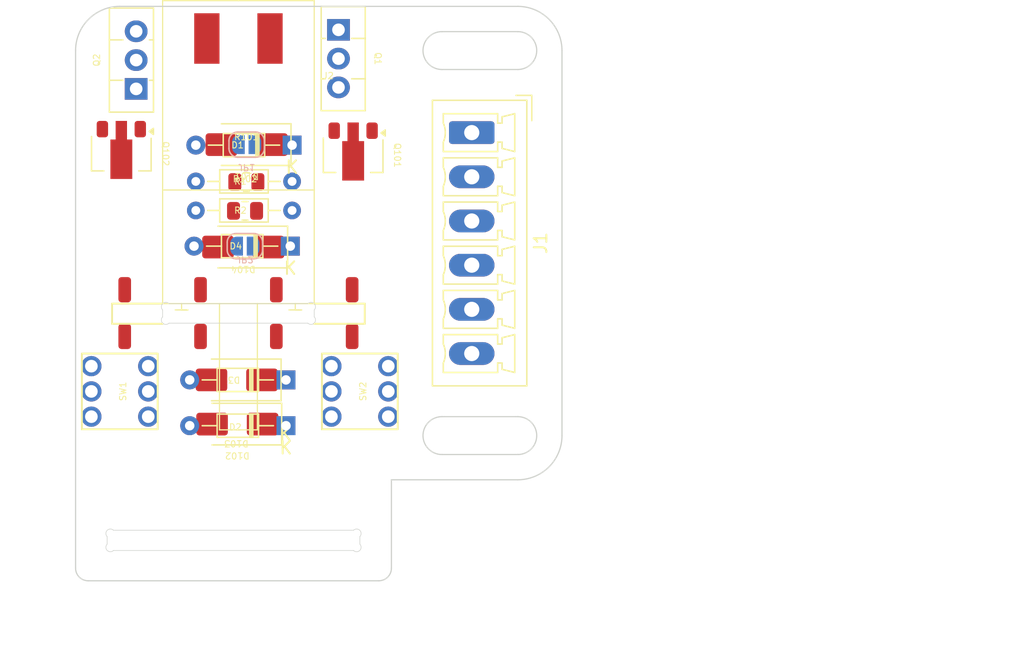
<source format=kicad_pcb>
(kicad_pcb (version 20240108) (generator "pcbnew") (generator_version "8.0")
  (layers (0 "F.Cu" signal) (31 "B.Cu" signal) (34 "B.Paste" user) (35 "F.Paste" user) (36 "B.SilkS" user "B.Silkscreen") (37 "F.SilkS" user "F.Silkscreen") (38 "B.Mask" user) (39 "F.Mask" user) (44 "Edge.Cuts" user))
  (net 0 "")
  (net 1 "Net-(D102-K)")
  (net 2 "Net-(D102-A)")
  (net 3 "Net-(D103-A)")
  (net 6 "/NO1_FROG")
  (net 7 "/NO2_FROG")
  (net 8 "/NC_FROQ")
  (net 9 "/NC")
  (net 10 "/NO1")
  (net 11 "/NO2")
  (net 12 "/coilB")
  (net 13 "/coilA")
  (net 14 "/motA")
  (net 15 "/collector")
  (footprint "Diode_SMD:D_SMA" (layer "F.Cu") (at 74.803 77.089 180)
    (property "Reference" "D102" (at 0 -2.5 180) (layer "F.SilkS") (effects (font (size 0.5 0.5) (thickness 0.075))))
    (property "Value" "SS26F")
    (fp_line (start -3.51 1.65) (end 2 1.65) (stroke (width 0.12)) (layer "F.SilkS"))
    (fp_line (start -3.51 -1.65) (end 2 -1.65) (stroke (width 0.12)) (layer "F.SilkS"))
    (fp_line (start -3.51 -1.65) (end -3.51 1.65) (stroke (width 0.12)) (layer "F.SilkS"))
    (pad "1" smd roundrect (at -2 0 180) (size 2.5 1.8) (layers "F.Cu" "F.Paste" "F.Mask") (roundrect_rratio 0.1388888889) (net 1 "Net-(D102-K)"))
    (pad "2" smd roundrect (at 2 0 180) (size 2.5 1.8) (layers "F.Cu" "F.Paste" "F.Mask") (roundrect_rratio 0.1388888889) (net 2 "Net-(D102-A)"))
  )
  (footprint "Resistor_SMD:R_0805_2012Metric" (layer "F.Cu") (at 75.518 57.912)
    (property "Reference" "R101" (at 0 -3.571 0) (layer "F.SilkS") (effects (font (size 0.5 0.5) (thickness 0.075))))
    (property "Value" "22k")
    (fp_line (start -0.227064 -0.735) (end 0.227064 -0.735) (stroke (width 0.12)) (layer "F.SilkS"))
    (fp_line (start -0.227064 0.735) (end 0.227064 0.735) (stroke (width 0.12)) (layer "F.SilkS"))
    (pad "1" smd roundrect (at -0.9125 0) (size 1.025 1.4) (layers "F.Cu" "F.Paste" "F.Mask") (roundrect_rratio 0.243902) (net 15 "/collector"))
    (pad "2" smd roundrect (at 0.9125 0) (size 1.025 1.4) (layers "F.Cu" "F.Paste" "F.Mask") (roundrect_rratio 0.243902) (net 12 "/coilB"))
  )
  (footprint "Diode_THT:D_DO-34_SOD68_P7.62mm_Horizontal" (layer "F.Cu") (at 78.653 73.589 180)
    (property "Reference" "D3" (at 4.12 0 180) (layer "F.SilkS") (effects (font (size 0.5 0.5) (thickness 0.075))))
    (property "Value" "D")
    (fp_line (start 6.63 0) (end 5.45 0) (stroke (width 0.12)) (layer "F.SilkS"))
    (fp_line (start 5.45 0.92) (end 5.45 -0.92) (stroke (width 0.12)) (layer "F.SilkS"))
    (fp_line (start 5.45 -0.92) (end 2.17 -0.92) (stroke (width 0.12)) (layer "F.SilkS"))
    (fp_line (start 2.866 -0.92) (end 2.866 0.92) (stroke (width 0.12)) (layer "F.SilkS"))
    (fp_line (start 2.746 -0.92) (end 2.746 0.92) (stroke (width 0.12)) (layer "F.SilkS"))
    (fp_line (start 2.626 -0.92) (end 2.626 0.92) (stroke (width 0.12)) (layer "F.SilkS"))
    (fp_line (start 2.17 0.92) (end 5.45 0.92) (stroke (width 0.12)) (layer "F.SilkS"))
    (fp_line (start 2.17 -0.92) (end 2.17 0.92) (stroke (width 0.12)) (layer "F.SilkS"))
    (fp_line (start 0.99 0) (end 2.17 0) (stroke (width 0.12)) (layer "F.SilkS"))
    (fp_text user "K" (at 0.032 -4.29 0) (layer "F.SilkS"))
    (pad "1" thru_hole rect (at 0 0 180) (size 1.5 1.5) (drill 0.75) (layers "*.Cu" "*.Mask") (net 2 "Net-(D102-A)"))
    (pad "2" thru_hole oval (at 7.62 0 180) (size 1.5 1.5) (drill 0.75) (layers "*.Cu" "*.Mask") (net 3 "Net-(D103-A)"))
  )
  (footprint "Connector_Phoenix_MC:PhoenixContact_MCV_1,5_6-G-3.5_1x06_P3.50mm_Vertical" (layer "F.Cu") (at 93.3575 54 -90)
    (property "Reference" "J1" (at 8.75 -5.45 90) (layer "F.SilkS"))
    (property "Value" "Screw_Terminal_01x06")
    (fp_line (start -2.56 3.11) (end 20.06 3.11) (stroke (width 0.12)) (layer "F.SilkS"))
    (fp_line (start 20.06 3.11) (end 20.06 -4.36) (stroke (width 0.12)) (layer "F.SilkS"))
    (fp_line (start -1.5 2.25) (end -1.5 -2.05) (stroke (width 0.12)) (layer "F.SilkS"))
    (fp_line (start -0.75 2.25) (end -1.5 2.25) (stroke (width 0.12)) (layer "F.SilkS"))
    (fp_line (start 1.5 2.25) (end 0.75 2.25) (stroke (width 0.12)) (layer "F.SilkS"))
    (fp_line (start 2 2.25) (end 2 -2.05) (stroke (width 0.12)) (layer "F.SilkS"))
    (fp_line (start 2.75 2.25) (end 2 2.25) (stroke (width 0.12)) (layer "F.SilkS"))
    (fp_line (start 5 2.25) (end 4.25 2.25) (stroke (width 0.12)) (layer "F.SilkS"))
    (fp_line (start 5.5 2.25) (end 5.5 -2.05) (stroke (width 0.12)) (layer "F.SilkS"))
    (fp_line (start 6.25 2.25) (end 5.5 2.25) (stroke (width 0.12)) (layer "F.SilkS"))
    (fp_line (start 8.5 2.25) (end 7.75 2.25) (stroke (width 0.12)) (layer "F.SilkS"))
    (fp_line (start 9 2.25) (end 9 -2.05) (stroke (width 0.12)) (layer "F.SilkS"))
    (fp_line (start 9.75 2.25) (end 9 2.25) (stroke (width 0.12)) (layer "F.SilkS"))
    (fp_line (start 12 2.25) (end 11.25 2.25) (stroke (width 0.12)) (layer "F.SilkS"))
    (fp_line (start 12.5 2.25) (end 12.5 -2.05) (stroke (width 0.12)) (layer "F.SilkS"))
    (fp_line (start 13.25 2.25) (end 12.5 2.25) (stroke (width 0.12)) (layer "F.SilkS"))
    (fp_line (start 15.5 2.25) (end 14.75 2.25) (stroke (width 0.12)) (layer "F.SilkS"))
    (fp_line (start 16 2.25) (end 16 -2.05) (stroke (width 0.12)) (layer "F.SilkS"))
    (fp_line (start 16.75 2.25) (end 16 2.25) (stroke (width 0.12)) (layer "F.SilkS"))
    (fp_line (start 19 2.25) (end 18.25 2.25) (stroke (width 0.12)) (layer "F.SilkS"))
    (fp_line (start -1.5 -2.05) (end -0.75 -2.05) (stroke (width 0.12)) (layer "F.SilkS"))
    (fp_line (start -0.75 -2.05) (end -0.75 -2.4) (stroke (width 0.12)) (layer "F.SilkS"))
    (fp_line (start 0.75 -2.05) (end 1.5 -2.05) (stroke (width 0.12)) (layer "F.SilkS"))
    (fp_line (start 1.5 -2.05) (end 1.5 2.25) (stroke (width 0.12)) (layer "F.SilkS"))
    (fp_line (start 2 -2.05) (end 2.75 -2.05) (stroke (width 0.12)) (layer "F.SilkS"))
    (fp_line (start 2.75 -2.05) (end 2.75 -2.4) (stroke (width 0.12)) (layer "F.SilkS"))
    (fp_line (start 4.25 -2.05) (end 5 -2.05) (stroke (width 0.12)) (layer "F.SilkS"))
    (fp_line (start 5 -2.05) (end 5 2.25) (stroke (width 0.12)) (layer "F.SilkS"))
    (fp_line (start 5.5 -2.05) (end 6.25 -2.05) (stroke (width 0.12)) (layer "F.SilkS"))
    (fp_line (start 6.25 -2.05) (end 6.25 -2.4) (stroke (width 0.12)) (layer "F.SilkS"))
    (fp_line (start 7.75 -2.05) (end 8.5 -2.05) (stroke (width 0.12)) (layer "F.SilkS"))
    (fp_line (start 8.5 -2.05) (end 8.5 2.25) (stroke (width 0.12)) (layer "F.SilkS"))
    (fp_line (start 9 -2.05) (end 9.75 -2.05) (stroke (width 0.12)) (layer "F.SilkS"))
    (fp_line (start 9.75 -2.05) (end 9.75 -2.4) (stroke (width 0.12)) (layer "F.SilkS"))
    (fp_line (start 11.25 -2.05) (end 12 -2.05) (stroke (width 0.12)) (layer "F.SilkS"))
    (fp_line (start 12 -2.05) (end 12 2.25) (stroke (width 0.12)) (layer "F.SilkS"))
    (fp_line (start 12.5 -2.05) (end 13.25 -2.05) (stroke (width 0.12)) (layer "F.SilkS"))
    (fp_line (start 13.25 -2.05) (end 13.25 -2.4) (stroke (width 0.12)) (layer "F.SilkS"))
    (fp_line (start 14.75 -2.05) (end 15.5 -2.05) (stroke (width 0.12)) (layer "F.SilkS"))
    (fp_line (start 15.5 -2.05) (end 15.5 2.25) (stroke (width 0.12)) (layer "F.SilkS"))
    (fp_line (start 16 -2.05) (end 16.75 -2.05) (stroke (width 0.12)) (layer "F.SilkS"))
    (fp_line (start 16.75 -2.05) (end 16.75 -2.4) (stroke (width 0.12)) (layer "F.SilkS"))
    (fp_line (start 18.25 -2.05) (end 19 -2.05) (stroke (width 0.12)) (layer "F.SilkS"))
    (fp_line (start 19 -2.05) (end 19 2.25) (stroke (width 0.12)) (layer "F.SilkS"))
    (fp_line (start -1.25 -2.4) (end -1.5 -3.4) (stroke (width 0.12)) (layer "F.SilkS"))
    (fp_line (start -0.75 -2.4) (end -1.25 -2.4) (stroke (width 0.12)) (layer "F.SilkS"))
    (fp_line (start 0.75 -2.4) (end 0.75 -2.05) (stroke (width 0.12)) (layer "F.SilkS"))
    (fp_line (start 1.25 -2.4) (end 0.75 -2.4) (stroke (width 0.12)) (layer "F.SilkS"))
    (fp_line (start 2.25 -2.4) (end 2 -3.4) (stroke (width 0.12)) (layer "F.SilkS"))
    (fp_line (start 2.75 -2.4) (end 2.25 -2.4) (stroke (width 0.12)) (layer "F.SilkS"))
    (fp_line (start 4.25 -2.4) (end 4.25 -2.05) (stroke (width 0.12)) (layer "F.SilkS"))
    (fp_line (start 4.75 -2.4) (end 4.25 -2.4) (stroke (width 0.12)) (layer "F.SilkS"))
    (fp_line (start 5.75 -2.4) (end 5.5 -3.4) (stroke (width 0.12)) (layer "F.SilkS"))
    (fp_line (start 6.25 -2.4) (end 5.75 -2.4) (stroke (width 0.12)) (layer "F.SilkS"))
    (fp_line (start 7.75 -2.4) (end 7.75 -2.05) (stroke (width 0.12)) (layer "F.SilkS"))
    (fp_line (start 8.25 -2.4) (end 7.75 -2.4) (stroke (width 0.12)) (layer "F.SilkS"))
    (fp_line (start 9.25 -2.4) (end 9 -3.4) (stroke (width 0.12)) (layer "F.SilkS"))
    (fp_line (start 9.75 -2.4) (end 9.25 -2.4) (stroke (width 0.12)) (layer "F.SilkS"))
    (fp_line (start 11.25 -2.4) (end 11.25 -2.05) (stroke (width 0.12)) (layer "F.SilkS"))
    (fp_line (start 11.75 -2.4) (end 11.25 -2.4) (stroke (width 0.12)) (layer "F.SilkS"))
    (fp_line (start 12.75 -2.4) (end 12.5 -3.4) (stroke (width 0.12)) (layer "F.SilkS"))
    (fp_line (start 13.25 -2.4) (end 12.75 -2.4) (stroke (width 0.12)) (layer "F.SilkS"))
    (fp_line (start 14.75 -2.4) (end 14.75 -2.05) (stroke (width 0.12)) (layer "F.SilkS"))
    (fp_line (start 15.25 -2.4) (end 14.75 -2.4) (stroke (width 0.12)) (layer "F.SilkS"))
    (fp_line (start 16.25 -2.4) (end 16 -3.4) (stroke (width 0.12)) (layer "F.SilkS"))
    (fp_line (start 16.75 -2.4) (end 16.25 -2.4) (stroke (width 0.12)) (layer "F.SilkS"))
    (fp_line (start 18.25 -2.4) (end 18.25 -2.05) (stroke (width 0.12)) (layer "F.SilkS"))
    (fp_line (start 18.75 -2.4) (end 18.25 -2.4) (stroke (width 0.12)) (layer "F.SilkS"))
    (fp_line (start -1.5 -3.4) (end 1.5 -3.4) (stroke (width 0.12)) (layer "F.SilkS"))
    (fp_line (start 1.5 -3.4) (end 1.25 -2.4) (stroke (width 0.12)) (layer "F.SilkS"))
    (fp_line (start 2 -3.4) (end 5 -3.4) (stroke (width 0.12)) (layer "F.SilkS"))
    (fp_line (start 5 -3.4) (end 4.75 -2.4) (stroke (width 0.12)) (layer "F.SilkS"))
    (fp_line (start 5.5 -3.4) (end 8.5 -3.4) (stroke (width 0.12)) (layer "F.SilkS"))
    (fp_line (start 8.5 -3.4) (end 8.25 -2.4) (stroke (width 0.12)) (layer "F.SilkS"))
    (fp_line (start 9 -3.4) (end 12 -3.4) (stroke (width 0.12)) (layer "F.SilkS"))
    (fp_line (start 12 -3.4) (end 11.75 -2.4) (stroke (width 0.12)) (layer "F.SilkS"))
    (fp_line (start 12.5 -3.4) (end 15.5 -3.4) (stroke (width 0.12)) (layer "F.SilkS"))
    (fp_line (start 15.5 -3.4) (end 15.25 -2.4) (stroke (width 0.12)) (layer "F.SilkS"))
    (fp_line (start 16 -3.4) (end 19 -3.4) (stroke (width 0.12)) (layer "F.SilkS"))
    (fp_line (start 19 -3.4) (end 18.75 -2.4) (stroke (width 0.12)) (layer "F.SilkS"))
    (fp_line (start -2.95 -3.5) (end -2.95 -4.75) (stroke (width 0.12)) (layer "F.SilkS"))
    (fp_line (start -2.56 -4.36) (end -2.56 3.11) (stroke (width 0.12)) (layer "F.SilkS"))
    (fp_line (start 20.06 -4.36) (end -2.56 -4.36) (stroke (width 0.12)) (layer "F.SilkS"))
    (fp_line (start -2.95 -4.75) (end -0.95 -4.75) (stroke (width 0.12)) (layer "F.SilkS"))
    (fp_arc (start -0.75 2.25) (mid -0.000193 2.09191) (end 0.749647 2.249844) (stroke (width 0.12)) (layer "F.SilkS"))
    (fp_arc (start 2.75 2.25) (mid 3.499807 2.09191) (end 4.249647 2.249844) (stroke (width 0.12)) (layer "F.SilkS"))
    (fp_arc (start 6.25 2.25) (mid 6.999807 2.09191) (end 7.749647 2.249844) (stroke (width 0.12)) (layer "F.SilkS"))
    (fp_arc (start 9.75 2.25) (mid 10.499807 2.09191) (end 11.249647 2.249844) (stroke (width 0.12)) (layer "F.SilkS"))
    (fp_arc (start 13.25 2.25) (mid 13.999807 2.09191) (end 14.749647 2.249844) (stroke (width 0.12)) (layer "F.SilkS"))
    (fp_arc (start 16.75 2.25) (mid 17.499807 2.09191) (end 18.249647 2.249844) (stroke (width 0.12)) (layer "F.SilkS"))
    (pad "1" thru_hole roundrect (at 0 0 270) (size 1.8 3.6) (drill 1.2) (layers "*.Cu" "*.Mask") (roundrect_rratio 0.138889) (net 6 "/NO1_FROG"))
    (pad "2" thru_hole oval (at 3.5 0 270) (size 1.8 3.6) (drill 1.2) (layers "*.Cu" "*.Mask") (net 8 "/NC_FROQ"))
    (pad "3" thru_hole oval (at 7 0 270) (size 1.8 3.6) (drill 1.2) (layers "*.Cu" "*.Mask") (net 7 "/NO2_FROG"))
    (pad "4" thru_hole oval (at 10.5 0 270) (size 1.8 3.6) (drill 1.2) (layers "*.Cu" "*.Mask") (net 12 "/coilB"))
    (pad "5" thru_hole oval (at 14 0 270) (size 1.8 3.6) (drill 1.2) (layers "*.Cu" "*.Mask") (net 15 "/collector"))
    (pad "6" thru_hole oval (at 17.5 0 270) (size 1.8 3.6) (drill 1.2) (layers "*.Cu" "*.Mask") (net 13 "/coilA"))
  )
  (footprint "Diode_THT:D_DO-34_SOD68_P7.62mm_Horizontal" (layer "F.Cu") (at 78.653 77.216 180)
    (property "Reference" "D2" (at 4.01 -0.111 0) (layer "F.SilkS") (effects (font (size 0.5 0.5) (thickness 0.075))))
    (property "Value" "D")
    (fp_line (start 6.63 0) (end 5.45 0) (stroke (width 0.12)) (layer "F.SilkS"))
    (fp_line (start 5.45 0.92) (end 5.45 -0.92) (stroke (width 0.12)) (layer "F.SilkS"))
    (fp_line (start 5.45 -0.92) (end 2.17 -0.92) (stroke (width 0.12)) (layer "F.SilkS"))
    (fp_line (start 2.866 -0.92) (end 2.866 0.92) (stroke (width 0.12)) (layer "F.SilkS"))
    (fp_line (start 2.746 -0.92) (end 2.746 0.92) (stroke (width 0.12)) (layer "F.SilkS"))
    (fp_line (start 2.626 -0.92) (end 2.626 0.92) (stroke (width 0.12)) (layer "F.SilkS"))
    (fp_line (start 2.17 0.92) (end 5.45 0.92) (stroke (width 0.12)) (layer "F.SilkS"))
    (fp_line (start 2.17 -0.92) (end 2.17 0.92) (stroke (width 0.12)) (layer "F.SilkS"))
    (fp_line (start 0.99 0) (end 2.17 0) (stroke (width 0.12)) (layer "F.SilkS"))
    (fp_text user "K" (at 0 -1.75 0) (layer "F.SilkS"))
    (pad "1" thru_hole rect (at 0 0 180) (size 1.5 1.5) (drill 0.75) (layers "*.Cu" "*.Mask") (net 1 "Net-(D102-K)"))
    (pad "2" thru_hole oval (at 7.62 0 180) (size 1.5 1.5) (drill 0.75) (layers "*.Cu" "*.Mask") (net 2 "Net-(D102-A)"))
  )
  (footprint "Resistor_THT:R_Axial_DIN0204_L3.6mm_D1.6mm_P7.62mm_Horizontal" (layer "F.Cu") (at 71.5175 57.866)
    (property "Reference" "R1" (at 3.53 0 0) (layer "F.SilkS") (effects (font (size 0.5 0.5) (thickness 0.075))))
    (property "Value" "22k")
    (fp_line (start 0.94 0) (end 1.89 0) (stroke (width 0.12)) (layer "F.SilkS"))
    (fp_line (start 1.89 -0.92) (end 1.89 0.92) (stroke (width 0.12)) (layer "F.SilkS"))
    (fp_line (start 1.89 0.92) (end 5.73 0.92) (stroke (width 0.12)) (layer "F.SilkS"))
    (fp_line (start 5.73 -0.92) (end 1.89 -0.92) (stroke (width 0.12)) (layer "F.SilkS"))
    (fp_line (start 5.73 0.92) (end 5.73 -0.92) (stroke (width 0.12)) (layer "F.SilkS"))
    (fp_line (start 6.68 0) (end 5.73 0) (stroke (width 0.12)) (layer "F.SilkS"))
    (pad "1" thru_hole circle (at 0 0) (size 1.4 1.4) (drill 0.7) (layers "*.Cu" "*.Mask") (net 15 "/collector"))
    (pad "2" thru_hole oval (at 7.62 0) (size 1.4 1.4) (drill 0.7) (layers "*.Cu" "*.Mask") (net 12 "/coilB"))
  )
  (footprint "Package_TO_SOT_THT:TO-126-3_Vertical" (layer "F.Cu") (at 82.81 45.858 -90)
    (property "Reference" "Q1" (at 2.28 -3.12 -90) (layer "F.SilkS") (effects (font (size 0.5 0.5) (thickness 0.075))))
    (property "Value" "BD679")
    (fp_line (start -1.841 1.37) (end 6.4 1.37) (stroke (width 0.12)) (layer "F.SilkS"))
    (fp_line (start 0.68 1.05) (end 0.68 1.37) (stroke (width 0.12)) (layer "F.SilkS"))
    (fp_line (start 3.88 1.05) (end 3.88 1.37) (stroke (width 0.12)) (layer "F.SilkS"))
    (fp_line (start -1.841 -2.12) (end -1.841 1.37) (stroke (width 0.12)) (layer "F.SilkS"))
    (fp_line (start -1.841 -2.12) (end 6.4 -2.12) (stroke (width 0.12)) (layer "F.SilkS"))
    (fp_line (start 0.68 -2.12) (end 0.68 -1.05) (stroke (width 0.12)) (layer "F.SilkS"))
    (fp_line (start 3.88 -2.12) (end 3.88 -1.05) (stroke (width 0.12)) (layer "F.SilkS"))
    (fp_line (start 6.4 -2.12) (end 6.4 1.37) (stroke (width 0.12)) (layer "F.SilkS"))
    (pad "1" thru_hole rect (at 0 0 270) (size 1.71 1.8) (drill 1) (layers "*.Cu" "*.Mask") (net 9 "/NC"))
    (pad "2" thru_hole oval (at 2.28 0 270) (size 1.71 1.8) (drill 1) (layers "*.Cu" "*.Mask") (net 15 "/collector"))
    (pad "3" thru_hole oval (at 4.56 0 270) (size 1.71 1.8) (drill 1) (layers "*.Cu" "*.Mask") (net 12 "/coilB"))
  )
  (footprint "custom_kicad_lib_sk:DPDT_LIMIT_SWITCH" (layer "F.Cu") (at 84.5 74.5 90)
    (property "Reference" "SW2" (at 0 0.25 90) (layer "F.SilkS") (effects (font (size 0.5 0.5) (thickness 0.075))))
    (property "Value" "SW_DPDT_x2")
    (fp_rect (start -3 -3) (end 3 3) (stroke (width 0.15)) (fill none) (layer "F.SilkS"))
    (pad "1" thru_hole circle (at -2 -2.25 90) (size 1.6 1.6) (drill 1) (layers "*.Cu" "*.Mask") (net 9 "/NC"))
    (pad "2" thru_hole circle (at 0 -2.25 90) (size 1.6 1.6) (drill 1) (layers "*.Cu" "*.Mask") (net 3 "Net-(D103-A)"))
    (pad "3" thru_hole circle (at 2 -2.25 90) (size 1.6 1.6) (drill 1) (layers "*.Cu" "*.Mask") (net 10 "/NO1"))
    (pad "4" thru_hole circle (at -2 2.25 90) (size 1.6 1.6) (drill 1) (layers "*.Cu" "*.Mask"))
    (pad "5" thru_hole circle (at 0 2.25 90) (size 1.6 1.6) (drill 1) (layers "*.Cu" "*.Mask") (net 8 "/NC_FROQ"))
    (pad "6" thru_hole circle (at 2 2.25 90) (size 1.6 1.6) (drill 1) (layers "*.Cu" "*.Mask") (net 7 "/NO2_FROG"))
  )
  (footprint "custom_kicad_lib_sk:slideGuide" (layer "F.Cu") (at 74.5 86.35)
    (property "Reference" "**" (hide yes))
    (property "Value" "slideGuide")
    (fp_line (start -10 0.25) (end -10 -0.35) (stroke (width 0.05)) (layer "Edge.Cuts"))
    (fp_line (start -9.5 -0.85) (end 9.5 -0.85) (stroke (width 0.05)) (layer "Edge.Cuts"))
    (fp_line (start 9.5 0.75) (end -9.5 0.75) (stroke (width 0.05)) (layer "Edge.Cuts"))
    (fp_line (start 10 0.25) (end 10 -0.35) (stroke (width 0.05)) (layer "Edge.Cuts"))
    (fp_arc (start -10 -0.35) (mid -10 -0.85) (end -9.5 -0.85) (stroke (width 0.05)) (layer "Edge.Cuts"))
    (fp_arc (start -9.5 0.75) (mid -10 0.75) (end -10 0.25) (stroke (width 0.05)) (layer "Edge.Cuts"))
    (fp_arc (start 9.5 -0.85) (mid 10 -0.85) (end 10 -0.35) (stroke (width 0.05)) (layer "Edge.Cuts"))
    (fp_arc (start 10 0.25) (mid 10 0.75) (end 9.5 0.75) (stroke (width 0.05)) (layer "Edge.Cuts"))
  )
  (footprint "Package_TO_SOT_THT:TO-126-3_Vertical" (layer "F.Cu") (at 66.796 50.535 90)
    (property "Reference" "Q2" (at 2.28 -3.12 90) (layer "F.SilkS") (effects (font (size 0.5 0.5) (thickness 0.075))))
    (property "Value" "BD679")
    (fp_line (start 6.4 -2.12) (end 6.4 1.37) (stroke (width 0.12)) (layer "F.SilkS"))
    (fp_line (start 3.88 -2.12) (end 3.88 -1.05) (stroke (width 0.12)) (layer "F.SilkS"))
    (fp_line (start 0.68 -2.12) (end 0.68 -1.05) (stroke (width 0.12)) (layer "F.SilkS"))
    (fp_line (start -1.841 -2.12) (end 6.4 -2.12) (stroke (width 0.12)) (layer "F.SilkS"))
    (fp_line (start -1.841 -2.12) (end -1.841 1.37) (stroke (width 0.12)) (layer "F.SilkS"))
    (fp_line (start 3.88 1.05) (end 3.88 1.37) (stroke (width 0.12)) (layer "F.SilkS"))
    (fp_line (start 0.68 1.05) (end 0.68 1.37) (stroke (width 0.12)) (layer "F.SilkS"))
    (fp_line (start -1.841 1.37) (end 6.4 1.37) (stroke (width 0.12)) (layer "F.SilkS"))
    (pad "1" thru_hole rect (at 0 0 90) (size 1.71 1.8) (drill 1) (layers "*.Cu" "*.Mask") (net 14 "/motA"))
    (pad "2" thru_hole oval (at 2.28 0 90) (size 1.71 1.8) (drill 1) (layers "*.Cu" "*.Mask") (net 15 "/collector"))
    (pad "3" thru_hole oval (at 4.56 0 90) (size 1.71 1.8) (drill 1) (layers "*.Cu" "*.Mask") (net 13 "/coilA"))
  )
  (footprint "Resistor_SMD:R_0805_2012Metric" (layer "F.Cu") (at 75.4145 60.198)
    (property "Reference" "R102" (at 0 -2.524 0) (layer "F.SilkS") (effects (font (size 0.5 0.5) (thickness 0.075))))
    (property "Value" "22k")
    (fp_line (start -0.227064 -0.735) (end 0.227064 -0.735) (stroke (width 0.12)) (layer "F.SilkS"))
    (fp_line (start -0.227064 0.735) (end 0.227064 0.735) (stroke (width 0.12)) (layer "F.SilkS"))
    (pad "1" smd roundrect (at -0.9125 0) (size 1.025 1.4) (layers "F.Cu" "F.Paste" "F.Mask") (roundrect_rratio 0.243902) (net 15 "/collector"))
    (pad "2" smd roundrect (at 0.9125 0) (size 1.025 1.4) (layers "F.Cu" "F.Paste" "F.Mask") (roundrect_rratio 0.243902) (net 13 "/coilA"))
  )
  (footprint "Diode_SMD:D_SMA" (layer "F.Cu") (at 74.756 73.589 180)
    (property "Reference" "D103" (at 0.032 -5.04 180) (layer "F.SilkS") (effects (font (size 0.5 0.5) (thickness 0.075))))
    (property "Value" "SS26F")
    (fp_line (start -3.51 1.65) (end 2 1.65) (stroke (width 0.12)) (layer "F.SilkS"))
    (fp_line (start -3.51 -1.65) (end 2 -1.65) (stroke (width 0.12)) (layer "F.SilkS"))
    (fp_line (start -3.51 -1.65) (end -3.51 1.65) (stroke (width 0.12)) (layer "F.SilkS"))
    (pad "1" smd roundrect (at -2 0 180) (size 2.5 1.8) (layers "F.Cu" "F.Paste" "F.Mask") (roundrect_rratio 0.1388888889) (net 2 "Net-(D102-A)"))
    (pad "2" smd roundrect (at 2 0 180) (size 2.5 1.8) (layers "F.Cu" "F.Paste" "F.Mask") (roundrect_rratio 0.1388888889) (net 3 "Net-(D103-A)"))
  )
  (footprint "Diode_SMD:D_SMA" (layer "F.Cu") (at 75.5415 54.951 180)
    (property "Reference" "D101" (at 0 -2.5 180) (layer "F.SilkS") (effects (font (size 0.5 0.5) (thickness 0.075))))
    (property "Value" "SS26F")
    (fp_line (start -3.51 1.65) (end 2 1.65) (stroke (width 0.12)) (layer "F.SilkS"))
    (fp_line (start -3.51 -1.65) (end 2 -1.65) (stroke (width 0.12)) (layer "F.SilkS"))
    (fp_line (start -3.51 -1.65) (end -3.51 1.65) (stroke (width 0.12)) (layer "F.SilkS"))
    (pad "1" smd roundrect (at -2 0 180) (size 2.5 1.8) (layers "F.Cu" "F.Paste" "F.Mask") (roundrect_rratio 0.1388888889) (net 12 "/coilB"))
    (pad "2" smd roundrect (at 2 0 180) (size 2.5 1.8) (layers "F.Cu" "F.Paste" "F.Mask") (roundrect_rratio 0.1388888889) (net 9 "/NC"))
  )
  (footprint "Diode_THT:D_DO-34_SOD68_P7.62mm_Horizontal" (layer "F.Cu") (at 78.9955 62.992 180)
    (property "Reference" "D4" (at 4.315 0 0) (layer "F.SilkS") (effects (font (size 0.5 0.5) (thickness 0.075))))
    (property "Value" "1N4001")
    (fp_line (start 6.63 0) (end 5.45 0) (stroke (width 0.12)) (layer "F.SilkS"))
    (fp_line (start 5.45 0.92) (end 5.45 -0.92) (stroke (width 0.12)) (layer "F.SilkS"))
    (fp_line (start 5.45 -0.92) (end 2.17 -0.92) (stroke (width 0.12)) (layer "F.SilkS"))
    (fp_line (start 2.866 -0.92) (end 2.866 0.92) (stroke (width 0.12)) (layer "F.SilkS"))
    (fp_line (start 2.746 -0.92) (end 2.746 0.92) (stroke (width 0.12)) (layer "F.SilkS"))
    (fp_line (start 2.626 -0.92) (end 2.626 0.92) (stroke (width 0.12)) (layer "F.SilkS"))
    (fp_line (start 2.17 0.92) (end 5.45 0.92) (stroke (width 0.12)) (layer "F.SilkS"))
    (fp_line (start 2.17 -0.92) (end 2.17 0.92) (stroke (width 0.12)) (layer "F.SilkS"))
    (fp_line (start 0.99 0) (end 2.17 0) (stroke (width 0.12)) (layer "F.SilkS"))
    (fp_text user "K" (at 0 -1.75 0) (layer "F.SilkS"))
    (pad "1" thru_hole rect (at 0 0 180) (size 1.5 1.5) (drill 0.75) (layers "*.Cu" "*.Mask") (net 13 "/coilA"))
    (pad "2" thru_hole oval (at 7.62 0 180) (size 1.5 1.5) (drill 0.75) (layers "*.Cu" "*.Mask") (net 14 "/motA"))
  )
  (footprint "custom_kicad_lib_sk:N20_motor_Mk2" (layer "F.Cu") (at 74.89 50.045)
    (property "Reference" "J2" (at 7.11 -0.545 0) (layer "F.SilkS") (effects (font (size 0.5 0.5) (thickness 0.075))))
    (property "Value" "motor")
    (fp_line (start -10 17.5) (end -10 19.1) (stroke (width 0.15)) (layer "F.SilkS"))
    (fp_line (start -10 19.1) (end -6 19.1) (stroke (width 0.15)) (layer "F.SilkS"))
    (fp_line (start -6 -6.5) (end -6 8.5) (stroke (width 0.1)) (layer "F.SilkS"))
    (fp_line (start -6 8.5) (end -6 17.5) (stroke (width 0.1)) (layer "F.SilkS"))
    (fp_line (start -6 8.5) (end 6 8.5) (stroke (width 0.1)) (layer "F.SilkS"))
    (fp_line (start -6 17.5) (end -10 17.5) (stroke (width 0.15)) (layer "F.SilkS"))
    (fp_line (start -6 17.5) (end 6 17.5) (stroke (width 0.1)) (layer "F.SilkS"))
    (fp_line (start -4.5 17.5) (end -4.5 18) (stroke (width 0.1)) (layer "F.SilkS"))
    (fp_line (start -4.5 18) (end -4 18) (stroke (width 0.1)) (layer "F.SilkS"))
    (fp_line (start -4 18) (end -5 18) (stroke (width 0.1)) (layer "F.SilkS"))
    (fp_line (start -1.5 27.5) (end -1.5 17.5) (stroke (width 0.1)) (layer "F.SilkS"))
    (fp_line (start 0 -6.5) (end -6 -6.5) (stroke (width 0.1)) (layer "F.SilkS"))
    (fp_line (start 1.5 17.5) (end 1.5 27.5) (stroke (width 0.1)) (layer "F.SilkS"))
    (fp_line (start 1.5 27.5) (end -1.5 27.5) (stroke (width 0.1)) (layer "F.SilkS"))
    (fp_line (start 4.5 17.5) (end 4.5 18) (stroke (width 0.1)) (layer "F.SilkS"))
    (fp_line (start 4.5 18) (end 5 18) (stroke (width 0.1)) (layer "F.SilkS"))
    (fp_line (start 5 18) (end 4 18) (stroke (width 0.1)) (layer "F.SilkS"))
    (fp_line (start 6 -6.5) (end 0 -6.5) (stroke (width 0.1)) (layer "F.SilkS"))
    (fp_line (start 6 -6.5) (end 6 8.5) (stroke (width 0.1)) (layer "F.SilkS"))
    (fp_line (start 6 17.5) (end 6 8.5) (stroke (width 0.1)) (layer "F.SilkS"))
    (fp_line (start 6 19.1) (end 10 19.1) (stroke (width 0.15)) (layer "F.SilkS"))
    (fp_line (start 10 17.5) (end 6 17.5) (stroke (width 0.15)) (layer "F.SilkS"))
    (fp_line (start 10 19.1) (end 10 17.5) (stroke (width 0.15)) (layer "F.SilkS"))
    (fp_line (start -6 18) (end -6 18.55) (stroke (width 0.05)) (layer "Edge.Cuts"))
    (fp_line (start -5.5 19.05) (end 5.5 19.05) (stroke (width 0.05)) (layer "Edge.Cuts"))
    (fp_line (start 5.5 17.5) (end -5.5 17.5) (stroke (width 0.05)) (layer "Edge.Cuts"))
    (fp_line (start 6 18.55) (end 6 18) (stroke (width 0.05)) (layer "Edge.Cuts"))
    (fp_arc (start -6 18) (mid -6 17.5) (end -5.5 17.5) (stroke (width 0.05)) (layer "Edge.Cuts"))
    (fp_arc (start -5.5 19.05) (mid -6 19.05) (end -6 18.55) (stroke (width 0.05)) (layer "Edge.Cuts"))
    (fp_arc (start 5.5 17.5) (mid 6 17.5) (end 6 18) (stroke (width 0.05)) (layer "Edge.Cuts"))
    (fp_arc (start 6 18.55) (mid 6 19.05) (end 5.5 19.05) (stroke (width 0.05)) (layer "Edge.Cuts"))
    (pad "1" smd rect (at -2.5 -3.5) (size 2 4) (layers "F.Cu" "F.Paste" "F.Mask") (net 14 "/motA"))
    (pad "2" smd rect (at 2.5 -3.5) (size 2 4) (layers "F.Cu" "F.Paste" "F.Mask") (net 2 "Net-(D102-A)"))
    (pad "3" smd roundrect (at -9 16.4) (size 1 2) (layers "F.Cu" "F.Paste" "F.Mask"))
    (pad "3" smd roundrect (at -9 20.1) (size 1 2) (layers "F.Cu" "F.Paste" "F.Mask"))
    (pad "3" smd roundrect (at -3 16.4) (size 1 2) (layers "F.Cu" "F.Paste" "F.Mask"))
    (pad "3" smd roundrect (at -3 20.1) (size 1 2) (layers "F.Cu" "F.Paste" "F.Mask"))
    (pad "3" smd roundrect (at 3 16.4) (size 1 2) (layers "F.Cu" "F.Paste" "F.Mask"))
    (pad "3" smd roundrect (at 3 20.1) (size 1 2) (layers "F.Cu" "F.Paste" "F.Mask"))
    (pad "3" smd roundrect (at 9 16.4) (size 1 2) (layers "F.Cu" "F.Paste" "F.Mask"))
    (pad "3" smd roundrect (at 9 20.1) (size 1 2) (layers "F.Cu" "F.Paste" "F.Mask"))
  )
  (footprint "Package_TO_SOT_SMD:SOT-89-3" (layer "F.Cu") (at 83.971 55.798 -90)
    (property "Reference" "Q101" (at 0 -3.5 -90) (layer "F.SilkS") (effects (font (size 0.5 0.5) (thickness 0.075))))
    (property "Value" "4A_DARLINGTON")
    (fp_line (start 1.36 2.36) (end -1.36 2.36) (stroke (width 0.12)) (layer "F.SilkS"))
    (fp_line (start 1.36 1.38) (end 1.36 2.36) (stroke (width 0.12)) (layer "F.SilkS"))
    (fp_line (start 1.36 -1.38) (end 1.36 -2.36) (stroke (width 0.12)) (layer "F.SilkS"))
    (fp_line (start -1.22 -2.36) (end 1.36 -2.36) (stroke (width 0.12)) (layer "F.SilkS"))
    (fp_poly (pts (xy -1.77 -2.21) (xy -2.01 -2.54) (xy -1.53 -2.54) (xy -1.77 -2.21)) (stroke (width 0.12)) (fill solid) (layer "F.SilkS"))
    (pad "1" smd roundrect (at -1.95 -1.5 270) (size 1.3 0.9) (layers "F.Cu" "F.Paste" "F.Mask") (net 12 "/coilB"))
    (pad "2" smd custom (at -1.8625 0 270) (size 1.475 0.9) (layers "F.Cu" "F.Paste" "F.Mask") (net 15 "/collector") (options (clearance outline) (anchor rect)) (primitives (gr_poly (pts (xy 3.8625 0.8665) (xy 0.7375 0.8665) (xy 0.7375 -0.8665) (xy 3.8625 -0.8665)) (width 0) (fill yes))))
    (pad "3" smd roundrect (at -1.95 1.5 270) (size 1.3 0.9) (layers "F.Cu" "F.Paste" "F.Mask") (net 9 "/NC"))
  )
  (footprint "custom_kicad_lib_sk:DPDT_LIMIT_SWITCH" (layer "F.Cu") (at 65.5 74.5 90)
    (property "Reference" "SW1" (at 0 0.25 90) (layer "F.SilkS") (effects (font (size 0.5 0.5) (thickness 0.075))))
    (property "Value" "SW_DPDT_x2")
    (fp_rect (start -3 -3) (end 3 3) (stroke (width 0.15)) (fill none) (layer "F.SilkS"))
    (pad "1" thru_hole circle (at -2 -2.25 90) (size 1.6 1.6) (drill 1) (layers "*.Cu" "*.Mask") (net 9 "/NC"))
    (pad "2" thru_hole circle (at 0 -2.25 90) (size 1.6 1.6) (drill 1) (layers "*.Cu" "*.Mask") (net 1 "Net-(D102-K)"))
    (pad "3" thru_hole circle (at 2 -2.25 90) (size 1.6 1.6) (drill 1) (layers "*.Cu" "*.Mask") (net 11 "/NO2"))
    (pad "4" thru_hole circle (at -2 2.25 90) (size 1.6 1.6) (drill 1) (layers "*.Cu" "*.Mask"))
    (pad "5" thru_hole circle (at 0 2.25 90) (size 1.6 1.6) (drill 1) (layers "*.Cu" "*.Mask") (net 8 "/NC_FROQ"))
    (pad "6" thru_hole circle (at 2 2.25 90) (size 1.6 1.6) (drill 1) (layers "*.Cu" "*.Mask") (net 6 "/NO1_FROG"))
  )
  (footprint "MountingHole:MountingHole_3.2mm_M3" (layer "F.Cu") (at 65.5 81.5)
    (property "Reference" "REF**" (hide yes))
    (property "Value" "MountingHole_3.2mm_M3")
    (pad "" np_thru_hole circle (at 0 0) (size 3.2 3.2) (drill 3.2) (layers "*.Cu" "*.Mask"))
  )
  (footprint "Diode_THT:D_DO-34_SOD68_P7.62mm_Horizontal" (layer "F.Cu") (at 79.1375 54.991 180)
    (property "Reference" "D1" (at 4.315 0 0) (layer "F.SilkS") (effects (font (size 0.5 0.5) (thickness 0.075))))
    (property "Value" "1N4001")
    (fp_line (start 6.63 0) (end 5.45 0) (stroke (width 0.12)) (layer "F.SilkS"))
    (fp_line (start 5.45 0.92) (end 5.45 -0.92) (stroke (width 0.12)) (layer "F.SilkS"))
    (fp_line (start 5.45 -0.92) (end 2.17 -0.92) (stroke (width 0.12)) (layer "F.SilkS"))
    (fp_line (start 2.866 -0.92) (end 2.866 0.92) (stroke (width 0.12)) (layer "F.SilkS"))
    (fp_line (start 2.746 -0.92) (end 2.746 0.92) (stroke (width 0.12)) (layer "F.SilkS"))
    (fp_line (start 2.626 -0.92) (end 2.626 0.92) (stroke (width 0.12)) (layer "F.SilkS"))
    (fp_line (start 2.17 0.92) (end 5.45 0.92) (stroke (width 0.12)) (layer "F.SilkS"))
    (fp_line (start 2.17 -0.92) (end 2.17 0.92) (stroke (width 0.12)) (layer "F.SilkS"))
    (fp_line (start 0.99 0) (end 2.17 0) (stroke (width 0.12)) (layer "F.SilkS"))
    (fp_text user "K" (at 0 -1.75 0) (layer "F.SilkS"))
    (pad "1" thru_hole rect (at 0 0 180) (size 1.5 1.5) (drill 0.75) (layers "*.Cu" "*.Mask") (net 12 "/coilB"))
    (pad "2" thru_hole oval (at 7.62 0 180) (size 1.5 1.5) (drill 0.75) (layers "*.Cu" "*.Mask") (net 9 "/NC"))
  )
  (footprint "Diode_SMD:D_SMA" (layer "F.Cu") (at 75.2725 63.064 180)
    (property "Reference" "D104" (at 0 -1.761 180) (layer "F.SilkS") (effects (font (size 0.5 0.5) (thickness 0.075))))
    (property "Value" "SS26F")
    (fp_line (start -3.51 1.65) (end 2 1.65) (stroke (width 0.12)) (layer "F.SilkS"))
    (fp_line (start -3.51 -1.65) (end 2 -1.65) (stroke (width 0.12)) (layer "F.SilkS"))
    (fp_line (start -3.51 -1.65) (end -3.51 1.65) (stroke (width 0.12)) (layer "F.SilkS"))
    (pad "1" smd roundrect (at -2 0 180) (size 2.5 1.8) (layers "F.Cu" "F.Paste" "F.Mask") (roundrect_rratio 0.1388888889) (net 13 "/coilA"))
    (pad "2" smd roundrect (at 2 0 180) (size 2.5 1.8) (layers "F.Cu" "F.Paste" "F.Mask") (roundrect_rratio 0.1388888889) (net 14 "/motA"))
  )
  (footprint "Resistor_THT:R_Axial_DIN0204_L3.6mm_D1.6mm_P7.62mm_Horizontal" (layer "F.Cu") (at 71.5175 60.166)
    (property "Reference" "R2" (at 3.53 0 0) (layer "F.SilkS") (effects (font (size 0.5 0.5) (thickness 0.075))))
    (property "Value" "22k")
    (fp_line (start 0.94 0) (end 1.89 0) (stroke (width 0.12)) (layer "F.SilkS"))
    (fp_line (start 1.89 -0.92) (end 1.89 0.92) (stroke (width 0.12)) (layer "F.SilkS"))
    (fp_line (start 1.89 0.92) (end 5.73 0.92) (stroke (width 0.12)) (layer "F.SilkS"))
    (fp_line (start 5.73 -0.92) (end 1.89 -0.92) (stroke (width 0.12)) (layer "F.SilkS"))
    (fp_line (start 5.73 0.92) (end 5.73 -0.92) (stroke (width 0.12)) (layer "F.SilkS"))
    (fp_line (start 6.68 0) (end 5.73 0) (stroke (width 0.12)) (layer "F.SilkS"))
    (pad "1" thru_hole circle (at 0 0) (size 1.4 1.4) (drill 0.7) (layers "*.Cu" "*.Mask") (net 15 "/collector"))
    (pad "2" thru_hole oval (at 7.62 0) (size 1.4 1.4) (drill 0.7) (layers "*.Cu" "*.Mask") (net 13 "/coilA"))
  )
  (footprint "Package_TO_SOT_SMD:SOT-89-3" (layer "F.Cu") (at 65.6215 55.672 -90)
    (property "Reference" "Q102" (at 0 -3.5 -90) (layer "F.SilkS") (effects (font (size 0.5 0.5) (thickness 0.075))))
    (property "Value" "4A_DARLINGTON")
    (fp_line (start 1.36 2.36) (end -1.36 2.36) (stroke (width 0.12)) (layer "F.SilkS"))
    (fp_line (start 1.36 1.38) (end 1.36 2.36) (stroke (width 0.12)) (layer "F.SilkS"))
    (fp_line (start 1.36 -1.38) (end 1.36 -2.36) (stroke (width 0.12)) (layer "F.SilkS"))
    (fp_line (start -1.22 -2.36) (end 1.36 -2.36) (stroke (width 0.12)) (layer "F.SilkS"))
    (fp_poly (pts (xy -1.77 -2.21) (xy -2.01 -2.54) (xy -1.53 -2.54) (xy -1.77 -2.21)) (stroke (width 0.12)) (fill solid) (layer "F.SilkS"))
    (pad "1" smd roundrect (at -1.95 -1.5 270) (size 1.3 0.9) (layers "F.Cu" "F.Paste" "F.Mask") (net 13 "/coilA"))
    (pad "2" smd custom (at -1.8625 0 270) (size 1.475 0.9) (layers "F.Cu" "F.Paste" "F.Mask") (net 15 "/collector") (options (clearance outline) (anchor rect)) (primitives (gr_poly (pts (xy 3.8625 0.8665) (xy 0.7375 0.8665) (xy 0.7375 -0.8665) (xy 3.8625 -0.8665)) (width 0) (fill yes))))
    (pad "3" smd roundrect (at -1.95 1.5 270) (size 1.3 0.9) (layers "F.Cu" "F.Paste" "F.Mask") (net 14 "/motA"))
  )
  (footprint "Jumper:SolderJumper-2_P1.3mm_Open_RoundedPad1.0x1.5mm" (layer "B.Cu") (at 75.3995 62.992)
    (property "Reference" "JP2" (at 0 1.061 180) (layer "B.SilkS") (effects (font (size 0.5 0.5) (thickness 0.075)) (justify mirror)))
    (property "Value" "SolderJumper_2_Open")
    (fp_line (start -1.4 0.3) (end -1.4 -0.3) (stroke (width 0.12)) (layer "B.SilkS"))
    (fp_line (start -0.7 -1) (end 0.7 -1) (stroke (width 0.12)) (layer "B.SilkS"))
    (fp_line (start 0.7 1) (end -0.7 1) (stroke (width 0.12)) (layer "B.SilkS"))
    (fp_line (start 1.4 -0.3) (end 1.4 0.3) (stroke (width 0.12)) (layer "B.SilkS"))
    (fp_arc (start -1.4 -0.3) (mid -1.194975 -0.794975) (end -0.7 -1) (stroke (width 0.12)) (layer "B.SilkS"))
    (fp_arc (start -0.7 1) (mid -1.194975 0.794975) (end -1.4 0.3) (stroke (width 0.12)) (layer "B.SilkS"))
    (fp_arc (start 0.7 -1) (mid 1.194975 -0.794975) (end 1.4 -0.3) (stroke (width 0.12)) (layer "B.SilkS"))
    (fp_arc (start 1.4 0.3) (mid 1.194975 0.794975) (end 0.7 1) (stroke (width 0.12)) (layer "B.SilkS"))
    (pad "1" smd custom (at -0.65 0) (size 1 0.5) (layers "B.Cu" "B.Mask") (net 14 "/motA") (options (clearance outline) (anchor rect)) (primitives (gr_circle (center 0 -0.25) (end 0.5 -0.25) (width 0) (fill yes)) (gr_circle (center 0 0.25) (end 0.5 0.25) (width 0) (fill yes)) (gr_poly (pts (xy 0.5 -0.75) (xy 0 -0.75) (xy 0 0.75) (xy 0.5 0.75)) (width 0) (fill yes))))
    (pad "2" smd custom (at 0.65 0) (size 1 0.5) (layers "B.Cu" "B.Mask") (net 13 "/coilA") (options (clearance outline) (anchor rect)) (primitives (gr_circle (center 0 -0.25) (end 0.5 -0.25) (width 0) (fill yes)) (gr_circle (center 0 0.25) (end 0.5 0.25) (width 0) (fill yes)) (gr_poly (pts (xy 0 -0.75) (xy -0.5 -0.75) (xy -0.5 0.75) (xy 0 0.75)) (width 0) (fill yes))))
  )
  (footprint "Jumper:SolderJumper-2_P1.3mm_Open_RoundedPad1.0x1.5mm" (layer "B.Cu") (at 75.5415 54.951)
    (property "Reference" "JP1" (at 0 1.8 180) (layer "B.SilkS") (effects (font (size 0.5 0.5) (thickness 0.075)) (justify mirror)))
    (property "Value" "SolderJumper_2_Open")
    (fp_line (start -1.4 0.3) (end -1.4 -0.3) (stroke (width 0.12)) (layer "B.SilkS"))
    (fp_line (start -0.7 -1) (end 0.7 -1) (stroke (width 0.12)) (layer "B.SilkS"))
    (fp_line (start 0.7 1) (end -0.7 1) (stroke (width 0.12)) (layer "B.SilkS"))
    (fp_line (start 1.4 -0.3) (end 1.4 0.3) (stroke (width 0.12)) (layer "B.SilkS"))
    (fp_arc (start -1.4 -0.3) (mid -1.194975 -0.794975) (end -0.7 -1) (stroke (width 0.12)) (layer "B.SilkS"))
    (fp_arc (start -0.7 1) (mid -1.194975 0.794975) (end -1.4 0.3) (stroke (width 0.12)) (layer "B.SilkS"))
    (fp_arc (start 0.7 -1) (mid 1.194975 -0.794975) (end 1.4 -0.3) (stroke (width 0.12)) (layer "B.SilkS"))
    (fp_arc (start 1.4 0.3) (mid 1.194975 0.794975) (end 0.7 1) (stroke (width 0.12)) (layer "B.SilkS"))
    (pad "1" smd custom (at -0.65 0) (size 1 0.5) (layers "B.Cu" "B.Mask") (net 9 "/NC") (options (clearance outline) (anchor rect)) (primitives (gr_circle (center 0 -0.25) (end 0.5 -0.25) (width 0) (fill yes)) (gr_circle (center 0 0.25) (end 0.5 0.25) (width 0) (fill yes)) (gr_poly (pts (xy 0.5 -0.75) (xy 0 -0.75) (xy 0 0.75) (xy 0.5 0.75)) (width 0) (fill yes))))
    (pad "2" smd custom (at 0.65 0) (size 1 0.5) (layers "B.Cu" "B.Mask") (net 12 "/coilB") (options (clearance outline) (anchor rect)) (primitives (gr_circle (center 0 -0.25) (end 0.5 -0.25) (width 0) (fill yes)) (gr_circle (center 0 0.25) (end 0.5 0.25) (width 0) (fill yes)) (gr_poly (pts (xy 0 -0.75) (xy -0.5 -0.75) (xy -0.5 0.75) (xy 0 0.75)) (width 0) (fill yes))))
  )
  (gr_arc (start 87 88.5) (mid 86.707107 89.207107) (end 86 89.5) (stroke (width 0.1)) (layer "Edge.Cuts"))
  (gr_line (start 97 79.5) (end 91 79.5) (stroke (width 0.1)) (layer "Edge.Cuts"))
  (gr_line (start 91 46) (end 97 46) (stroke (width 0.1)) (layer "Edge.Cuts"))
  (gr_arc (start 97 76.5) (mid 98.5 78) (end 97 79.5) (stroke (width 0.1)) (layer "Edge.Cuts"))
  (gr_line (start 87 88.5) (end 87 81.5) (stroke (width 0.1)) (layer "Edge.Cuts"))
  (gr_arc (start 91 49) (mid 89.5 47.5) (end 91 46) (stroke (width 0.1)) (layer "Edge.Cuts"))
  (gr_arc (start 100.5 78) (mid 99.474874 80.474874) (end 97 81.5) (stroke (width 0.1)) (layer "Edge.Cuts"))
  (gr_arc (start 97 44.000001) (mid 99.474873 45.025127) (end 100.5 47.500001) (stroke (width 0.1)) (layer "Edge.Cuts"))
  (gr_line (start 91 76.5) (end 97 76.5) (stroke (width 0.1)) (layer "Edge.Cuts"))
  (gr_line (start 100.5 78) (end 100.5 47.500001) (stroke (width 0.1)) (layer "Edge.Cuts"))
  (gr_arc (start 63 89.5) (mid 62.292893 89.207107) (end 62 88.5) (stroke (width 0.1)) (layer "Edge.Cuts"))
  (gr_line (start 86 89.5) (end 63 89.5) (stroke (width 0.1)) (layer "Edge.Cuts"))
  (gr_arc (start 91 79.5) (mid 89.5 78) (end 91 76.5) (stroke (width 0.1)) (layer "Edge.Cuts"))
  (gr_line (start 97 49) (end 91 49) (stroke (width 0.1)) (layer "Edge.Cuts"))
  (gr_line (start 87 81.5) (end 97 81.5) (stroke (width 0.1)) (layer "Edge.Cuts"))
  (gr_arc (start 97 46) (mid 98.5 47.5) (end 97 49) (stroke (width 0.1)) (layer "Edge.Cuts"))
  (gr_line (start 65.5 44) (end 97 44.000001) (stroke (width 0.1)) (layer "Edge.Cuts"))
  (gr_line (start 62 47.5) (end 62 88.5) (stroke (width 0.1)) (layer "Edge.Cuts"))
  (gr_arc (start 62 47.5) (mid 63.025126 45.025126) (end 65.5 44) (stroke (width 0.1)) (layer "Edge.Cuts"))
)
</source>
